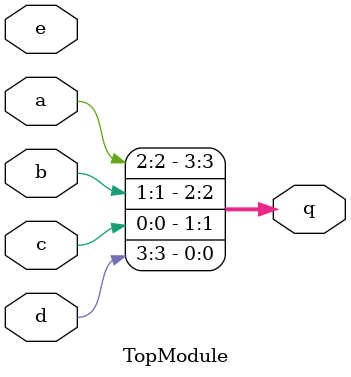
<source format=sv>

module TopModule (
  input [3:0] a,
  input [3:0] b,
  input [3:0] c,
  input [3:0] d,
  input [3:0] e,
  output reg [3:0] q
);
assign q = {a[2], b[1], c[0], d[3]};
endmodule

</source>
